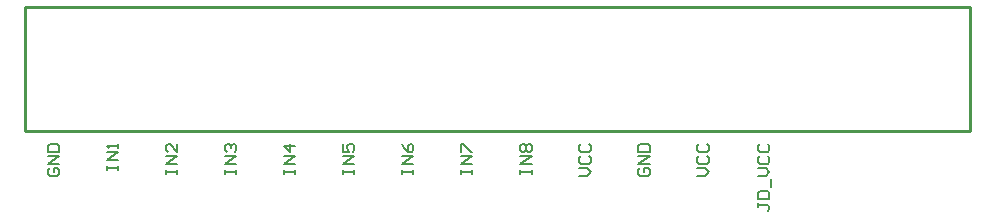
<source format=gto>
G04*
G04 #@! TF.GenerationSoftware,Altium Limited,Altium Designer,24.4.1 (13)*
G04*
G04 Layer_Color=65535*
%FSLAX25Y25*%
%MOIN*%
G70*
G04*
G04 #@! TF.SameCoordinates,DC8B15D0-1A9E-40AA-8D40-3FFBE4892BC6*
G04*
G04*
G04 #@! TF.FilePolarity,Positive*
G04*
G01*
G75*
%ADD10C,0.01000*%
%ADD11C,0.00591*%
D10*
X114961Y120866D02*
Y162205D01*
Y120866D02*
X429921D01*
X114961Y162205D02*
X429921D01*
Y120866D02*
Y162205D01*
D11*
X359121Y96790D02*
Y95478D01*
Y96134D01*
X362401D01*
X363057Y95478D01*
Y94822D01*
X362401Y94166D01*
X359121Y98102D02*
X363057D01*
Y100069D01*
X362401Y100725D01*
X359777D01*
X359121Y100069D01*
Y98102D01*
X363713Y102037D02*
Y104661D01*
X359121Y105973D02*
X361745D01*
X363057Y107285D01*
X361745Y108597D01*
X359121D01*
X359777Y112533D02*
X359121Y111877D01*
Y110565D01*
X359777Y109909D01*
X362401D01*
X363057Y110565D01*
Y111877D01*
X362401Y112533D01*
X359777Y116468D02*
X359121Y115813D01*
Y114501D01*
X359777Y113845D01*
X362401D01*
X363057Y114501D01*
Y115813D01*
X362401Y116468D01*
X181448Y106629D02*
Y107941D01*
Y107285D01*
X185383D01*
Y106629D01*
Y107941D01*
Y109909D02*
X181448D01*
X185383Y112533D01*
X181448D01*
X182104Y113845D02*
X181448Y114501D01*
Y115813D01*
X182104Y116468D01*
X182759D01*
X183415Y115813D01*
Y115156D01*
Y115813D01*
X184071Y116468D01*
X184727D01*
X185383Y115813D01*
Y114501D01*
X184727Y113845D01*
X299460Y105973D02*
X302083D01*
X303395Y107285D01*
X302083Y108597D01*
X299460D01*
X300115Y112533D02*
X299460Y111877D01*
Y110565D01*
X300115Y109909D01*
X302739D01*
X303395Y110565D01*
Y111877D01*
X302739Y112533D01*
X300115Y116468D02*
X299460Y115813D01*
Y114501D01*
X300115Y113845D01*
X302739D01*
X303395Y114501D01*
Y115813D01*
X302739Y116468D01*
X201116Y106629D02*
Y107941D01*
Y107285D01*
X205052D01*
Y106629D01*
Y107941D01*
Y109909D02*
X201116D01*
X205052Y112533D01*
X201116D01*
X205052Y115813D02*
X201116D01*
X203084Y113845D01*
Y116468D01*
X142110Y107941D02*
Y109253D01*
Y108597D01*
X146046D01*
Y107941D01*
Y109253D01*
Y111221D02*
X142110D01*
X146046Y113845D01*
X142110D01*
X146046Y115156D02*
Y116468D01*
Y115813D01*
X142110D01*
X142766Y115156D01*
X123098Y108597D02*
X122442Y107941D01*
Y106629D01*
X123098Y105973D01*
X125721D01*
X126377Y106629D01*
Y107941D01*
X125721Y108597D01*
X124409D01*
Y107285D01*
X126377Y109909D02*
X122442D01*
X126377Y112533D01*
X122442D01*
Y113845D02*
X126377D01*
Y115813D01*
X125721Y116468D01*
X123098D01*
X122442Y115813D01*
Y113845D01*
X240454Y106629D02*
Y107941D01*
Y107285D01*
X244389D01*
Y106629D01*
Y107941D01*
Y109909D02*
X240454D01*
X244389Y112533D01*
X240454D01*
Y116468D02*
X241109Y115156D01*
X242421Y113845D01*
X243733D01*
X244389Y114501D01*
Y115813D01*
X243733Y116468D01*
X243077D01*
X242421Y115813D01*
Y113845D01*
X220785Y106629D02*
Y107941D01*
Y107285D01*
X224721D01*
Y106629D01*
Y107941D01*
Y109909D02*
X220785D01*
X224721Y112533D01*
X220785D01*
Y116468D02*
Y113845D01*
X222753D01*
X222097Y115156D01*
Y115813D01*
X222753Y116468D01*
X224065D01*
X224721Y115813D01*
Y114501D01*
X224065Y113845D01*
X161779Y106629D02*
Y107941D01*
Y107285D01*
X165715D01*
Y106629D01*
Y107941D01*
Y109909D02*
X161779D01*
X165715Y112533D01*
X161779D01*
X165715Y116468D02*
Y113845D01*
X163091Y116468D01*
X162435D01*
X161779Y115813D01*
Y114501D01*
X162435Y113845D01*
X279791Y106629D02*
Y107941D01*
Y107285D01*
X283727D01*
Y106629D01*
Y107941D01*
Y109909D02*
X279791D01*
X283727Y112533D01*
X279791D01*
X280447Y113845D02*
X279791Y114501D01*
Y115813D01*
X280447Y116468D01*
X281103D01*
X281759Y115813D01*
X282415Y116468D01*
X283071D01*
X283727Y115813D01*
Y114501D01*
X283071Y113845D01*
X282415D01*
X281759Y114501D01*
X281103Y113845D01*
X280447D01*
X281759Y114501D02*
Y115813D01*
X319784Y108597D02*
X319128Y107941D01*
Y106629D01*
X319784Y105973D01*
X322408D01*
X323064Y106629D01*
Y107941D01*
X322408Y108597D01*
X321096D01*
Y107285D01*
X323064Y109909D02*
X319128D01*
X323064Y112533D01*
X319128D01*
Y113845D02*
X323064D01*
Y115813D01*
X322408Y116468D01*
X319784D01*
X319128Y115813D01*
Y113845D01*
X260122Y106629D02*
Y107941D01*
Y107285D01*
X264058D01*
Y106629D01*
Y107941D01*
Y109909D02*
X260122D01*
X264058Y112533D01*
X260122D01*
Y113845D02*
Y116468D01*
X260778D01*
X263402Y113845D01*
X264058D01*
X338797Y105973D02*
X341421D01*
X342733Y107285D01*
X341421Y108597D01*
X338797D01*
X339453Y112533D02*
X338797Y111877D01*
Y110565D01*
X339453Y109909D01*
X342077D01*
X342733Y110565D01*
Y111877D01*
X342077Y112533D01*
X339453Y116468D02*
X338797Y115813D01*
Y114501D01*
X339453Y113845D01*
X342077D01*
X342733Y114501D01*
Y115813D01*
X342077Y116468D01*
M02*

</source>
